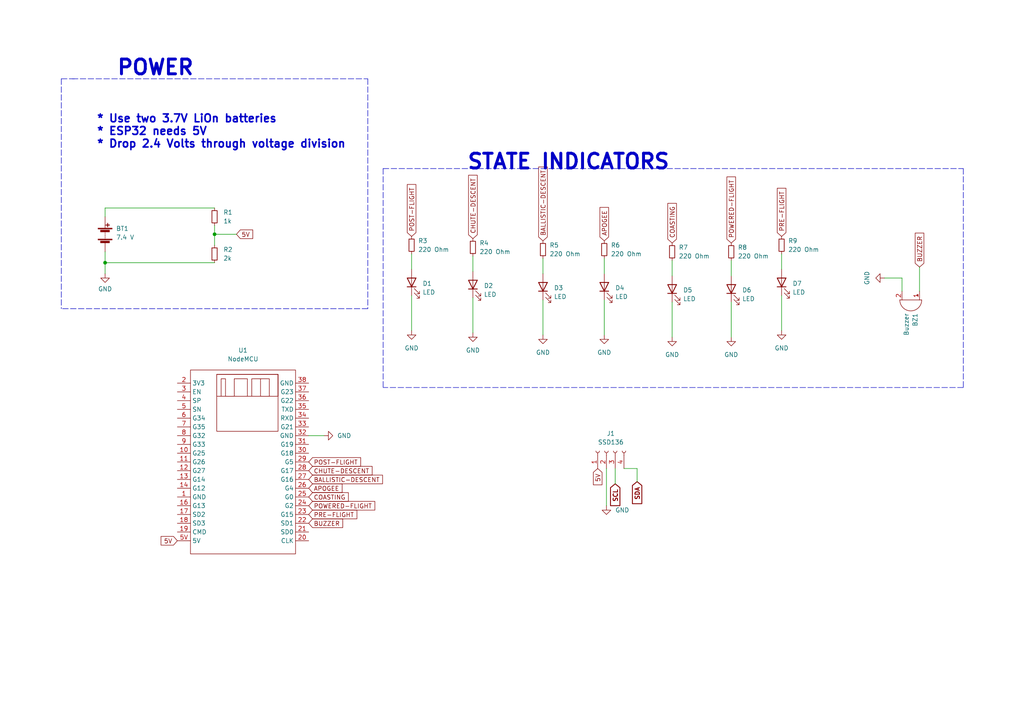
<source format=kicad_sch>
(kicad_sch (version 20211123) (generator eeschema)
  (paper "A4")
  (lib_symbols
    (symbol "Connector:Conn_01x04_Female" (pin_names (offset 1.016) hide)
      (property "Reference" "J" (at 0 5.08 0))
      (property "Value" "Conn_01x04_Female" (at 0 -7.62 0))
      (symbol "Conn_01x04_Female_1_1"
        (arc (start 0 -4.572) (mid -0.508 -5.08) (end 0 -5.588) (stroke (width 0.1524)))
        (arc (start 0 -2.032) (mid -0.508 -2.54) (end 0 -3.048) (stroke (width 0.1524)))
        (polyline (pts (xy -1.27 -5.08) (xy -0.508 -5.08)) (stroke (width 0.1524)))
        (polyline (pts (xy -1.27 -2.54) (xy -0.508 -2.54)) (stroke (width 0.1524)))
        (polyline (pts (xy -1.27 0) (xy -0.508 0)) (stroke (width 0.1524)))
        (polyline (pts (xy -1.27 2.54) (xy -0.508 2.54)) (stroke (width 0.1524)))
        (arc (start 0 0.508) (mid -0.508 0) (end 0 -0.508) (stroke (width 0.1524)))
        (arc (start 0 3.048) (mid -0.508 2.54) (end 0 2.032) (stroke (width 0.1524)))
        (pin passive line (at -5.08 2.54 0) (length 3.81) (name "Pin_1") (number "1"))
        (pin passive line (at -5.08 0 0) (length 3.81) (name "Pin_2") (number "2"))
        (pin passive line (at -5.08 -2.54 0) (length 3.81) (name "Pin_3") (number "3"))
        (pin passive line (at -5.08 -5.08 0) (length 3.81) (name "Pin_4") (number "4"))
      )
    )
    (symbol "DEV_BOARDS:NodeMCU"
      (property "Reference" "U" (at 13.97 3.81 0))
      (property "Value" "NodeMCU" (at 13.97 1.27 0))
      (symbol "NodeMCU_0_1"
        (polyline (pts (xy 20.32 -2.54) (xy 20.32 -7.62) (xy 22.86 -7.62) (xy 22.86 -2.54)))
        (polyline (pts (xy 22.86 -2.54) (xy 20.32 -2.54) (xy 17.78 -2.54) (xy 17.78 -7.62)))
        (polyline (pts (xy 8.89 -7.62) (xy 8.89 -2.54) (xy 10.16 -2.54) (xy 10.16 -7.62) (xy 12.7 -7.62) (xy 12.7 -2.54) (xy 16.51 -2.54) (xy 16.51 -7.62)))
        (rectangle (start 0 0) (end 30.48 -53.34))
        (rectangle (start 7.62 -1.27) (end 7.62 -1.27))
        (rectangle (start 7.62 -1.27) (end 7.62 -1.27))
        (rectangle (start 7.62 -1.27) (end 25.4 -17.78))
        (rectangle (start 25.4 -7.62) (end 7.62 -1.27))
      )
      (symbol "NodeMCU_1_1"
        (pin passive line (at -3.81 -36.83 0) (length 3.81) (name "GND") (number "1"))
        (pin passive line (at -3.81 -24.13 0) (length 3.81) (name "G25") (number "10"))
        (pin passive line (at -3.81 -26.67 0) (length 3.81) (name "G26") (number "11"))
        (pin passive line (at -3.81 -29.21 0) (length 3.81) (name "G27") (number "12"))
        (pin passive line (at -3.81 -31.75 0) (length 3.81) (name "G14") (number "13"))
        (pin passive line (at -3.81 -34.29 0) (length 3.81) (name "G12") (number "14"))
        (pin passive line (at -3.81 -39.37 0) (length 3.81) (name "G13") (number "16"))
        (pin passive line (at -3.81 -41.91 0) (length 3.81) (name "SD2") (number "17"))
        (pin passive line (at -3.81 -44.45 0) (length 3.81) (name "SD3") (number "18"))
        (pin passive line (at -3.81 -46.99 0) (length 3.81) (name "CMD") (number "19"))
        (pin passive line (at -3.81 -3.81 0) (length 3.81) (name "3V3") (number "2"))
        (pin passive line (at 34.29 -49.53 180) (length 3.81) (name "CLK") (number "20"))
        (pin passive line (at 34.29 -46.99 180) (length 3.81) (name "SD0") (number "21"))
        (pin passive line (at 34.29 -44.45 180) (length 3.81) (name "SD1") (number "22"))
        (pin passive line (at 34.29 -41.91 180) (length 3.81) (name "G15") (number "23"))
        (pin passive line (at 34.29 -39.37 180) (length 3.81) (name "G2") (number "24"))
        (pin passive line (at 34.29 -36.83 180) (length 3.81) (name "G0") (number "25"))
        (pin passive line (at 34.29 -34.29 180) (length 3.81) (name "G4") (number "26"))
        (pin passive line (at 34.29 -31.75 180) (length 3.81) (name "G16") (number "27"))
        (pin passive line (at 34.29 -29.21 180) (length 3.81) (name "G17") (number "28"))
        (pin passive line (at 34.29 -26.67 180) (length 3.81) (name "G5") (number "29"))
        (pin passive line (at -3.81 -6.35 0) (length 3.81) (name "EN") (number "3"))
        (pin passive line (at 34.29 -24.13 180) (length 3.81) (name "G18") (number "30"))
        (pin passive line (at 34.29 -21.59 180) (length 3.81) (name "G19") (number "31"))
        (pin passive line (at 34.29 -19.05 180) (length 3.81) (name "GND") (number "32"))
        (pin passive line (at 34.29 -16.51 180) (length 3.81) (name "G21") (number "33"))
        (pin passive line (at 34.29 -13.97 180) (length 3.81) (name "RXD") (number "34"))
        (pin passive line (at 34.29 -11.43 180) (length 3.81) (name "TXD") (number "35"))
        (pin passive line (at 34.29 -8.89 180) (length 3.81) (name "G22") (number "36"))
        (pin passive line (at 34.29 -6.35 180) (length 3.81) (name "G23") (number "37"))
        (pin passive line (at 34.29 -3.81 180) (length 3.81) (name "GND") (number "38"))
        (pin passive line (at -3.81 -8.89 0) (length 3.81) (name "SP") (number "4"))
        (pin passive line (at -3.81 -11.43 0) (length 3.81) (name "SN") (number "5"))
        (pin passive line (at -3.81 -49.53 0) (length 3.81) (name "5V") (number "5V"))
        (pin passive line (at -3.81 -13.97 0) (length 3.81) (name "G34") (number "6"))
        (pin passive line (at -3.81 -16.51 0) (length 3.81) (name "G35") (number "7"))
        (pin passive line (at -3.81 -19.05 0) (length 3.81) (name "G32") (number "8"))
        (pin passive line (at -3.81 -21.59 0) (length 3.81) (name "G33") (number "9"))
      )
    )
    (symbol "Device:Battery" (pin_numbers hide) (pin_names (offset 0) hide)
      (property "Reference" "BT" (at 2.54 2.54 0))
      (property "Value" "Battery" (at 2.54 0 0))
      (symbol "Battery_0_1"
        (rectangle (start -2.032 -1.397) (end 2.032 -1.651) (fill (type outline)))
        (rectangle (start -2.032 1.778) (end 2.032 1.524) (fill (type outline)))
        (rectangle (start -1.3208 -1.9812) (end 1.27 -2.4892) (fill (type outline)))
        (rectangle (start -1.3208 1.1938) (end 1.27 0.6858) (fill (type outline)))
        (polyline (pts (xy 0 -1.524) (xy 0 -1.27)))
        (polyline (pts (xy 0 -1.016) (xy 0 -0.762)))
        (polyline (pts (xy 0 -0.508) (xy 0 -0.254)))
        (polyline (pts (xy 0 0) (xy 0 0.254)))
        (polyline (pts (xy 0 0.508) (xy 0 0.762)))
        (polyline (pts (xy 0 1.778) (xy 0 2.54)))
        (polyline (pts (xy 0.254 2.667) (xy 1.27 2.667)) (stroke (width 0.254)))
        (polyline (pts (xy 0.762 3.175) (xy 0.762 2.159)) (stroke (width 0.254)))
      )
      (symbol "Battery_1_1"
        (pin passive line (at 0 5.08 270) (length 2.54) (name "+") (number "1"))
        (pin passive line (at 0 -5.08 90) (length 2.54) (name "-") (number "2"))
      )
    )
    (symbol "Device:Buzzer" (pin_names (offset 0.0254) hide)
      (property "Reference" "BZ" (at 3.81 1.27 0))
      (property "Value" "Buzzer" (at 3.81 -1.27 0))
      (symbol "Buzzer_0_1"
        (arc (start 0 -3.175) (mid 3.175 0) (end 0 3.175))
        (polyline (pts (xy -1.651 1.905) (xy -1.143 1.905)))
        (polyline (pts (xy -1.397 2.159) (xy -1.397 1.651)))
        (polyline (pts (xy 0 3.175) (xy 0 -3.175)))
      )
      (symbol "Buzzer_1_1"
        (pin passive line (at -2.54 2.54 0) (length 2.54) (name "-") (number "1"))
        (pin passive line (at -2.54 -2.54 0) (length 2.54) (name "+") (number "2"))
      )
    )
    (symbol "Device:LED" (pin_numbers hide) (pin_names (offset 1.016) hide)
      (property "Reference" "D" (at 0 2.54 0))
      (property "Value" "LED" (at 0 -2.54 0))
      (symbol "LED_0_1"
        (polyline (pts (xy -1.27 -1.27) (xy -1.27 1.27)) (stroke (width 0.254)))
        (polyline (pts (xy -1.27 0) (xy 1.27 0)))
        (polyline (pts (xy 1.27 -1.27) (xy 1.27 1.27) (xy -1.27 0) (xy 1.27 -1.27)) (stroke (width 0.254)))
        (polyline (pts (xy -3.048 -0.762) (xy -4.572 -2.286) (xy -3.81 -2.286) (xy -4.572 -2.286) (xy -4.572 -1.524)))
        (polyline (pts (xy -1.778 -0.762) (xy -3.302 -2.286) (xy -2.54 -2.286) (xy -3.302 -2.286) (xy -3.302 -1.524)))
      )
      (symbol "LED_1_1"
        (pin passive line (at -3.81 0 0) (length 2.54) (name "K") (number "1"))
        (pin passive line (at 3.81 0 180) (length 2.54) (name "A") (number "2"))
      )
    )
    (symbol "Device:R_Small" (pin_numbers hide) (pin_names (offset 0.254) hide)
      (property "Reference" "R" (at 0.762 0.508 0))
      (property "Value" "R_Small" (at 0.762 -1.016 0))
      (symbol "R_Small_0_1"
        (rectangle (start -0.762 1.778) (end 0.762 -1.778) (stroke (width 0.2032)))
      )
      (symbol "R_Small_1_1"
        (pin passive line (at 0 2.54 270) (length 0.762) (name "~") (number "1"))
        (pin passive line (at 0 -2.54 90) (length 0.762) (name "~") (number "2"))
      )
    )
    (symbol "power:GND" (power) (pin_names (offset 0))
      (property "Value" "GND" (at 0 -3.81 0))
      (symbol "GND_0_1"
        (polyline (pts (xy 0 0) (xy 0 -1.27) (xy 1.27 -1.27) (xy 0 -2.54) (xy -1.27 -1.27) (xy 0 -1.27)))
      )
      (symbol "GND_1_1"
        (pin power_in line (at 0 0 270) (length 0) hide (name "GND") (number "1"))
      )
    )
  )
  (junction (at 62.23 67.945))
  (junction (at 30.48 76.2))
  (wire (pts (xy 175.26 74.93) (xy 175.26 79.375)))
  (polyline (pts (xy 279.4 112.395) (xy 111.125 112.395)))
  (polyline (pts (xy 20.955 22.86) (xy 106.68 22.86)))
  (wire (pts (xy 119.38 85.725) (xy 119.38 95.885)))
  (wire (pts (xy 89.535 126.365) (xy 93.98 126.365)))
  (wire (pts (xy 62.23 67.945) (xy 68.58 67.945)))
  (wire (pts (xy 119.38 73.66) (xy 119.38 78.105)))
  (polyline (pts (xy 111.125 48.895) (xy 279.4 48.895)))
  (wire (pts (xy 212.09 75.565) (xy 212.09 80.01)))
  (wire (pts (xy 62.23 76.2) (xy 30.48 76.2)))
  (polyline (pts (xy 111.125 48.895) (xy 111.125 112.395)))
  (wire (pts (xy 137.16 74.295) (xy 137.16 78.74)))
  (wire (pts (xy 178.435 140.335) (xy 178.435 135.89)))
  (wire (pts (xy 30.48 76.2) (xy 30.48 79.375)))
  (wire (pts (xy 266.7 77.47) (xy 266.7 84.455)))
  (wire (pts (xy 226.695 85.725) (xy 226.695 95.885)))
  (wire (pts (xy 30.48 60.325) (xy 62.23 60.325)))
  (wire (pts (xy 62.23 67.945) (xy 62.23 71.12)))
  (wire (pts (xy 175.895 135.89) (xy 175.895 146.685)))
  (wire (pts (xy 62.23 65.405) (xy 62.23 67.945)))
  (polyline (pts (xy 17.78 22.86) (xy 21.59 22.86)))
  (wire (pts (xy 212.09 87.63) (xy 212.09 97.79)))
  (wire (pts (xy 175.26 86.995) (xy 175.26 97.155)))
  (polyline (pts (xy 279.4 48.895) (xy 279.4 112.395)))
  (polyline (pts (xy 106.68 22.86) (xy 106.68 89.535)))
  (wire (pts (xy 194.945 87.63) (xy 194.945 97.79)))
  (wire (pts (xy 184.785 139.7) (xy 184.785 135.89)))
  (wire (pts (xy 137.16 86.36) (xy 137.16 96.52)))
  (wire (pts (xy 157.48 86.995) (xy 157.48 97.155)))
  (wire (pts (xy 30.48 73.025) (xy 30.48 76.2)))
  (wire (pts (xy 256.54 80.645) (xy 261.62 80.645)))
  (wire (pts (xy 226.695 73.66) (xy 226.695 78.105)))
  (polyline (pts (xy 17.78 22.86) (xy 17.78 89.535)))
  (polyline (pts (xy 106.68 89.535) (xy 17.78 89.535)))
  (wire (pts (xy 261.62 80.645) (xy 261.62 84.455)))
  (wire (pts (xy 157.48 74.93) (xy 157.48 79.375)))
  (wire (pts (xy 30.48 62.865) (xy 30.48 60.325)))
  (wire (pts (xy 194.945 75.565) (xy 194.945 80.01)))
  (wire (pts (xy 184.785 135.89) (xy 180.975 135.89)))
  (text "STATE INDICATORS" (at 135.255 49.53 0) (effects (font (size 4.27 4.27) (thickness 0.854) bold) (justify left bottom)))
  (text "* Use two 3.7V LiOn batteries\n* ESP32 needs 5V\n* Drop 2.4 Volts through voltage division" (at 27.94 43.18 0) (effects (font (size 2.27 2.27) (thickness 0.454) bold) (justify left bottom)))
  (text "POWER" (at 33.655 22.225 0) (effects (font (size 4.27 4.27) (thickness 0.854) bold) (justify left bottom)))
  (global_label "BUZZER" (shape input) (at 89.535 151.765 0) (property "Intersheet References" "${INTERSHEET_REFS}" (effects hide)))
  (global_label "POWERED-FLIGHT" (shape input) (at 212.09 70.485 90) (property "Intersheet References" "${INTERSHEET_REFS}" (effects hide)))
  (global_label "5V" (shape input) (at 68.58 67.945 0) (property "Intersheet References" "${INTERSHEET_REFS}" (effects hide)))
  (global_label "APOGEE" (shape input) (at 89.535 141.605 0) (property "Intersheet References" "${INTERSHEET_REFS}" (effects hide)))
  (global_label "SCL" (shape input) (at 178.435 140.335 270) (effects (font bold)) (property "Intersheet References" "${INTERSHEET_REFS}" (effects hide)))
  (global_label "5V" (shape input) (at 173.355 135.89 270) (property "Intersheet References" "${INTERSHEET_REFS}" (effects hide)))
  (global_label "COASTING" (shape input) (at 89.535 144.145 0) (property "Intersheet References" "${INTERSHEET_REFS}" (effects hide)))
  (global_label "POST-FLIGHT" (shape input) (at 89.535 133.985 0) (property "Intersheet References" "${INTERSHEET_REFS}" (effects hide)))
  (global_label "BUZZER" (shape input) (at 266.7 77.47 90) (property "Intersheet References" "${INTERSHEET_REFS}" (effects hide)))
  (global_label "POWERED-FLIGHT" (shape input) (at 89.535 146.685 0) (property "Intersheet References" "${INTERSHEET_REFS}" (effects hide)))
  (global_label "CHUTE-DESCENT" (shape input) (at 137.16 69.215 90) (property "Intersheet References" "${INTERSHEET_REFS}" (effects hide)))
  (global_label "PRE-FLIGHT" (shape input) (at 89.535 149.225 0) (property "Intersheet References" "${INTERSHEET_REFS}" (effects hide)))
  (global_label "5V" (shape input) (at 51.435 156.845 180) (property "Intersheet References" "${INTERSHEET_REFS}" (effects hide)))
  (global_label "SDA" (shape input) (at 184.785 139.7 270) (effects (font bold)) (property "Intersheet References" "${INTERSHEET_REFS}" (effects hide)))
  (global_label "BALLISTIC-DESCENT" (shape input) (at 89.535 139.065 0) (property "Intersheet References" "${INTERSHEET_REFS}" (effects hide)))
  (global_label "APOGEE" (shape input) (at 175.26 69.85 90) (property "Intersheet References" "${INTERSHEET_REFS}" (effects hide)))
  (global_label "PRE-FLIGHT" (shape input) (at 226.695 68.58 90) (property "Intersheet References" "${INTERSHEET_REFS}" (effects hide)))
  (global_label "COASTING" (shape input) (at 194.945 70.485 90) (property "Intersheet References" "${INTERSHEET_REFS}" (effects hide)))
  (global_label "POST-FLIGHT" (shape input) (at 119.38 68.58 90) (property "Intersheet References" "${INTERSHEET_REFS}" (effects hide)))
  (global_label "CHUTE-DESCENT" (shape input) (at 89.535 136.525 0) (property "Intersheet References" "${INTERSHEET_REFS}" (effects hide)))
  (global_label "BALLISTIC-DESCENT" (shape input) (at 157.48 69.85 90) (property "Intersheet References" "${INTERSHEET_REFS}" (effects hide)))
  (symbol (lib_id "power:GND") (at 175.26 97.155 0) (unit 1)
    (property "Reference" "#PWR06" (effects hide))
    (property "Value" "GND" (at 175.26 102.235 0))
  )
  (symbol (lib_id "Device:R_Small") (at 212.09 73.025 0) (unit 1)
    (property "Reference" "R8" (at 213.995 71.7549 0) (effects (justify left)))
    (property "Value" "220 Ohm" (at 213.995 74.2949 0) (effects (justify left)))
    (property "Footprint" "Resistor_THT:R_Axial_DIN0207_L6.3mm_D2.5mm_P10.16mm_Horizontal" (effects hide))
  )
  (symbol (lib_id "power:GND") (at 175.895 146.685 0) (unit 1)
    (property "Reference" "#PWR0101" (effects hide))
    (property "Value" "GND" (at 178.435 147.9549 0) (effects (justify left)))
  )
  (symbol (lib_id "Device:LED") (at 157.48 83.185 90) (unit 1)
    (property "Reference" "D3" (at 160.655 83.5024 90) (effects (justify right)))
    (property "Value" "LED" (at 160.655 86.0424 90) (effects (justify right)))
    (property "Footprint" "LED_THT:LED_D3.0mm" (effects hide))
  )
  (symbol (lib_id "Device:R_Small") (at 194.945 73.025 0) (unit 1)
    (property "Reference" "R7" (at 196.85 71.7549 0) (effects (justify left)))
    (property "Value" "220 Ohm" (at 196.85 74.2949 0) (effects (justify left)))
    (property "Footprint" "Resistor_THT:R_Axial_DIN0207_L6.3mm_D2.5mm_P10.16mm_Horizontal" (effects hide))
  )
  (symbol (lib_id "power:GND") (at 137.16 96.52 0) (unit 1)
    (property "Reference" "#PWR04" (effects hide))
    (property "Value" "GND" (at 137.16 101.6 0))
  )
  (symbol (lib_id "Device:LED") (at 137.16 82.55 90) (unit 1)
    (property "Reference" "D2" (at 140.335 82.8674 90) (effects (justify right)))
    (property "Value" "LED" (at 140.335 85.4074 90) (effects (justify right)))
    (property "Footprint" "LED_THT:LED_D3.0mm" (effects hide))
  )
  (symbol (lib_id "power:GND") (at 226.695 95.885 0) (unit 1)
    (property "Reference" "#PWR09" (effects hide))
    (property "Value" "GND" (at 226.695 100.965 0))
  )
  (symbol (lib_id "power:GND") (at 93.98 126.365 90) (unit 1)
    (property "Reference" "#PWR02" (effects hide))
    (property "Value" "GND" (at 97.79 126.3649 90) (effects (justify right)))
  )
  (symbol (lib_id "power:GND") (at 212.09 97.79 0) (unit 1)
    (property "Reference" "#PWR08" (effects hide))
    (property "Value" "GND" (at 212.09 102.87 0))
  )
  (symbol (lib_id "Device:R_Small") (at 119.38 71.12 0) (unit 1)
    (property "Reference" "R3" (at 121.285 69.8499 0) (effects (justify left)))
    (property "Value" "220 Ohm" (at 121.285 72.3899 0) (effects (justify left)))
    (property "Footprint" "Resistor_THT:R_Axial_DIN0207_L6.3mm_D2.5mm_P10.16mm_Horizontal" (effects hide))
  )
  (symbol (lib_id "Device:LED") (at 212.09 83.82 90) (unit 1)
    (property "Reference" "D6" (at 215.265 84.1374 90) (effects (justify right)))
    (property "Value" "LED" (at 215.265 86.6774 90) (effects (justify right)))
    (property "Footprint" "LED_THT:LED_D3.0mm" (effects hide))
  )
  (symbol (lib_id "Device:R_Small") (at 226.695 71.12 0) (unit 1)
    (property "Reference" "R9" (at 228.6 69.8499 0) (effects (justify left)))
    (property "Value" "220 Ohm" (at 228.6 72.3899 0) (effects (justify left)))
    (property "Footprint" "Resistor_THT:R_Axial_DIN0207_L6.3mm_D2.5mm_P10.16mm_Horizontal" (effects hide))
  )
  (symbol (lib_id "power:GND") (at 194.945 97.79 0) (unit 1)
    (property "Reference" "#PWR07" (effects hide))
    (property "Value" "GND" (at 194.945 102.87 0))
  )
  (symbol (lib_id "Connector:Conn_01x04_Female") (at 175.895 130.81 90) (unit 1)
    (property "Reference" "J1" (at 177.165 125.73 90))
    (property "Value" "SSD136" (at 177.165 128.27 90))
    (property "Footprint" "Connector_PinHeader_2.54mm:PinHeader_1x04_P2.54mm_Vertical" (effects hide))
  )
  (symbol (lib_id "power:GND") (at 119.38 95.885 0) (unit 1)
    (property "Reference" "#PWR03" (effects hide))
    (property "Value" "GND" (at 119.38 100.965 0))
  )
  (symbol (lib_id "Device:LED") (at 175.26 83.185 90) (unit 1)
    (property "Reference" "D4" (at 178.435 83.5024 90) (effects (justify right)))
    (property "Value" "LED" (at 178.435 86.0424 90) (effects (justify right)))
    (property "Footprint" "LED_THT:LED_D3.0mm" (effects hide))
  )
  (symbol (lib_id "DEV_BOARDS:NodeMCU") (at 55.245 107.315 0) (unit 1)
    (property "Reference" "U1" (at 70.485 101.6 0))
    (property "Value" "NodeMCU" (at 70.485 104.14 0))
    (property "Footprint" "custom-footprints:NODEMCU" (effects hide))
  )
  (symbol (lib_id "Device:R_Small") (at 62.23 62.865 0) (unit 1)
    (property "Reference" "R1" (at 64.77 61.5949 0) (effects (justify left)))
    (property "Value" "1k" (at 64.77 64.1349 0) (effects (justify left)))
    (property "Footprint" "Resistor_THT:R_Axial_DIN0207_L6.3mm_D2.5mm_P10.16mm_Horizontal" (effects hide))
  )
  (symbol (lib_id "Device:LED") (at 194.945 83.82 90) (unit 1)
    (property "Reference" "D5" (at 198.12 84.1374 90) (effects (justify right)))
    (property "Value" "LED" (at 198.12 86.6774 90) (effects (justify right)))
    (property "Footprint" "LED_THT:LED_D3.0mm" (effects hide))
  )
  (symbol (lib_id "power:GND") (at 157.48 97.155 0) (unit 1)
    (property "Reference" "#PWR05" (effects hide))
    (property "Value" "GND" (at 157.48 102.235 0))
  )
  (symbol (lib_id "Device:Buzzer") (at 264.16 86.995 270) (unit 1)
    (property "Reference" "BZ1" (at 265.4301 90.805 0) (effects (justify left)))
    (property "Value" "Buzzer" (at 262.8901 90.805 0) (effects (justify left)))
    (property "Footprint" "Connector_JST:JST_EH_B2B-EH-A_1x02_P2.50mm_Vertical" (effects hide))
  )
  (symbol (lib_id "Device:R_Small") (at 175.26 72.39 0) (unit 1)
    (property "Reference" "R6" (at 177.165 71.1199 0) (effects (justify left)))
    (property "Value" "220 Ohm" (at 177.165 73.6599 0) (effects (justify left)))
    (property "Footprint" "Resistor_THT:R_Axial_DIN0207_L6.3mm_D2.5mm_P10.16mm_Horizontal" (effects hide))
  )
  (symbol (lib_id "power:GND") (at 256.54 80.645 270) (unit 1)
    (property "Reference" "#PWR010" (effects hide))
    (property "Value" "GND" (at 251.46 80.645 0))
  )
  (symbol (lib_id "Device:Battery") (at 30.48 67.945 0) (unit 1)
    (property "Reference" "BT1" (at 33.655 66.2939 0) (effects (justify left)))
    (property "Value" "7.4 V" (at 33.655 68.8339 0) (effects (justify left)))
    (property "Footprint" "TerminalBlock:TerminalBlock_Altech_AK300-2_P5.00mm" (effects hide))
  )
  (symbol (lib_id "Device:LED") (at 119.38 81.915 90) (unit 1)
    (property "Reference" "D1" (at 122.555 82.2324 90) (effects (justify right)))
    (property "Value" "LED" (at 122.555 84.7724 90) (effects (justify right)))
    (property "Footprint" "LED_THT:LED_D3.0mm" (effects hide))
  )
  (symbol (lib_id "Device:R_Small") (at 137.16 71.755 0) (unit 1)
    (property "Reference" "R4" (at 139.065 70.4849 0) (effects (justify left)))
    (property "Value" "220 Ohm" (at 139.065 73.0249 0) (effects (justify left)))
    (property "Footprint" "Resistor_THT:R_Axial_DIN0207_L6.3mm_D2.5mm_P10.16mm_Horizontal" (effects hide))
  )
  (symbol (lib_id "power:GND") (at 30.48 79.375 0) (unit 1)
    (property "Reference" "#PWR01" (effects hide))
    (property "Value" "GND" (at 30.48 83.82 0))
  )
  (symbol (lib_id "Device:R_Small") (at 157.48 72.39 0) (unit 1)
    (property "Reference" "R5" (at 159.385 71.1199 0) (effects (justify left)))
    (property "Value" "220 Ohm" (at 159.385 73.6599 0) (effects (justify left)))
    (property "Footprint" "Resistor_THT:R_Axial_DIN0207_L6.3mm_D2.5mm_P10.16mm_Horizontal" (effects hide))
  )
  (symbol (lib_id "Device:R_Small") (at 62.23 73.66 0) (unit 1)
    (property "Reference" "R2" (at 64.77 72.3899 0) (effects (justify left)))
    (property "Value" "2k" (at 64.77 74.9299 0) (effects (justify left)))
    (property "Footprint" "Resistor_THT:R_Axial_DIN0207_L6.3mm_D2.5mm_P10.16mm_Horizontal" (effects hide))
  )
  (symbol (lib_id "Device:LED") (at 226.695 81.915 90) (unit 1)
    (property "Reference" "D7" (at 229.87 82.2324 90) (effects (justify right)))
    (property "Value" "LED" (at 229.87 84.7724 90) (effects (justify right)))
    (property "Footprint" "LED_THT:LED_D3.0mm" (effects hide))
  )
)
</source>
